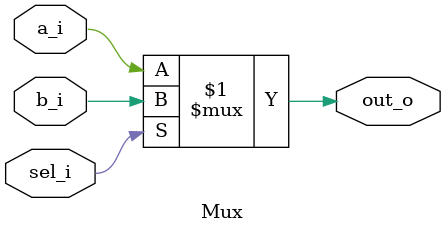
<source format=v>
/*  Mux

Mux u_Mux(
    .a_i(),
    .b_i(),
    .sel_i(),
    .out_o()
);

*/

module Mux(
    input wire a_i,
    input wire b_i,
    input wire sel_i,
    output wire out_o
);
    assign out_o = sel_i ? b_i : a_i;

endmodule
</source>
